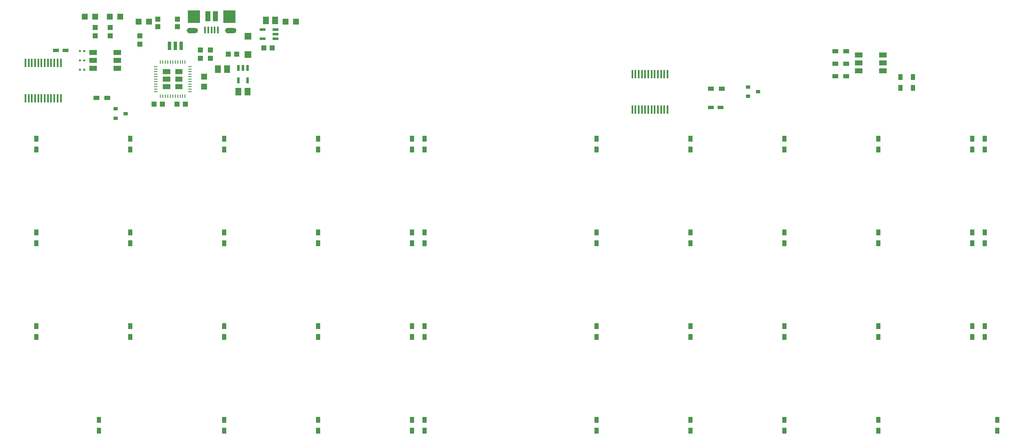
<source format=gbr>
%TF.GenerationSoftware,KiCad,Pcbnew,(5.1.8)-1*%
%TF.CreationDate,2021-03-07T17:47:24+01:00*%
%TF.ProjectId,splitboard,73706c69-7462-46f6-9172-642e6b696361,rev?*%
%TF.SameCoordinates,Original*%
%TF.FileFunction,Paste,Top*%
%TF.FilePolarity,Positive*%
%FSLAX46Y46*%
G04 Gerber Fmt 4.6, Leading zero omitted, Abs format (unit mm)*
G04 Created by KiCad (PCBNEW (5.1.8)-1) date 2021-03-07 17:47:24*
%MOMM*%
%LPD*%
G01*
G04 APERTURE LIST*
%ADD10C,0.100000*%
%ADD11R,0.900000X0.800000*%
%ADD12R,1.500000X1.000000*%
%ADD13R,0.450000X1.750000*%
%ADD14R,1.200000X0.900000*%
%ADD15R,0.900000X1.200000*%
%ADD16R,1.200000X0.750000*%
%ADD17R,0.700000X1.700000*%
%ADD18R,1.000000X2.000000*%
%ADD19R,0.400000X1.350000*%
%ADD20R,0.550000X1.200000*%
%ADD21R,1.200000X0.550000*%
%ADD22R,1.000000X1.000000*%
%ADD23R,1.000000X1.100000*%
%ADD24R,1.100000X1.000000*%
%ADD25R,1.200000X1.200000*%
%ADD26R,0.250000X0.800000*%
%ADD27R,0.800000X0.250000*%
%ADD28R,1.400000X1.400000*%
%ADD29R,1.300000X1.200000*%
%ADD30R,1.300000X1.500000*%
G04 APERTURE END LIST*
D10*
%TO.C,X3*%
G36*
X64560000Y-63765000D02*
G01*
X64524132Y-63588539D01*
X64435490Y-63431798D01*
X64302751Y-63310121D01*
X63960000Y-63215000D01*
X62860000Y-63215000D01*
X62681092Y-63235417D01*
X62517249Y-63310121D01*
X62384510Y-63431798D01*
X62295868Y-63588539D01*
X62260000Y-63765000D01*
X62295868Y-63941461D01*
X62384510Y-64098202D01*
X62517249Y-64219879D01*
X62860000Y-64315000D01*
X63960000Y-64315000D01*
X64138908Y-64294583D01*
X64302751Y-64219879D01*
X64435490Y-64098202D01*
X64560000Y-63765000D01*
G37*
G36*
X72360000Y-63765000D02*
G01*
X72324132Y-63588539D01*
X72235490Y-63431798D01*
X72102751Y-63310121D01*
X71760000Y-63215000D01*
X70660000Y-63215000D01*
X70481092Y-63235417D01*
X70317249Y-63310121D01*
X70184510Y-63431798D01*
X70095868Y-63588539D01*
X70060000Y-63765000D01*
X70095868Y-63941461D01*
X70184510Y-64098202D01*
X70317249Y-64219879D01*
X70660000Y-64315000D01*
X71760000Y-64315000D01*
X71938908Y-64294583D01*
X72102751Y-64219879D01*
X72235490Y-64098202D01*
X72360000Y-63765000D01*
G37*
G36*
X64960000Y-59715000D02*
G01*
X62460000Y-59715000D01*
X62460000Y-62215000D01*
X64960000Y-62215000D01*
X64960000Y-59715000D01*
G37*
G36*
X72160000Y-59715000D02*
G01*
X69660000Y-59715000D01*
X69660000Y-62215000D01*
X72160000Y-62215000D01*
X72160000Y-59715000D01*
G37*
%TO.C,IC1*%
G36*
X61436000Y-75660000D02*
G01*
X61436000Y-74660000D01*
X59936000Y-74660000D01*
X59936000Y-75660000D01*
X61436000Y-75660000D01*
G37*
G36*
X61436000Y-74160000D02*
G01*
X61436000Y-73160000D01*
X59936000Y-73160000D01*
X59936000Y-74160000D01*
X61436000Y-74160000D01*
G37*
G36*
X61436000Y-72660000D02*
G01*
X61436000Y-71660000D01*
X59936000Y-71660000D01*
X59936000Y-72660000D01*
X61436000Y-72660000D01*
G37*
G36*
X58936000Y-72660000D02*
G01*
X58936000Y-71660000D01*
X57436000Y-71660000D01*
X57436000Y-72660000D01*
X58936000Y-72660000D01*
G37*
G36*
X58936000Y-74160000D02*
G01*
X58936000Y-73160000D01*
X57436000Y-73160000D01*
X57436000Y-74160000D01*
X58936000Y-74160000D01*
G37*
G36*
X58936000Y-75660000D02*
G01*
X58936000Y-74660000D01*
X57436000Y-74660000D01*
X57436000Y-75660000D01*
X58936000Y-75660000D01*
G37*
%TD*%
D11*
%TO.C,Q2*%
X176165000Y-75250000D03*
X176165000Y-77150000D03*
X178165000Y-76200000D03*
%TD*%
%TO.C,R53*%
G36*
G01*
X40844000Y-71665000D02*
X40844000Y-71845000D01*
G75*
G02*
X40754000Y-71935000I-90000J0D01*
G01*
X40476000Y-71935000D01*
G75*
G02*
X40386000Y-71845000I0J90000D01*
G01*
X40386000Y-71665000D01*
G75*
G02*
X40476000Y-71575000I90000J0D01*
G01*
X40754000Y-71575000D01*
G75*
G02*
X40844000Y-71665000I0J-90000D01*
G01*
G37*
G36*
G01*
X41709000Y-71665000D02*
X41709000Y-71845000D01*
G75*
G02*
X41619000Y-71935000I-90000J0D01*
G01*
X41341000Y-71935000D01*
G75*
G02*
X41251000Y-71845000I0J90000D01*
G01*
X41251000Y-71665000D01*
G75*
G02*
X41341000Y-71575000I90000J0D01*
G01*
X41619000Y-71575000D01*
G75*
G02*
X41709000Y-71665000I0J-90000D01*
G01*
G37*
%TD*%
%TO.C,R52*%
G36*
G01*
X40844000Y-69760000D02*
X40844000Y-69940000D01*
G75*
G02*
X40754000Y-70030000I-90000J0D01*
G01*
X40476000Y-70030000D01*
G75*
G02*
X40386000Y-69940000I0J90000D01*
G01*
X40386000Y-69760000D01*
G75*
G02*
X40476000Y-69670000I90000J0D01*
G01*
X40754000Y-69670000D01*
G75*
G02*
X40844000Y-69760000I0J-90000D01*
G01*
G37*
G36*
G01*
X41709000Y-69760000D02*
X41709000Y-69940000D01*
G75*
G02*
X41619000Y-70030000I-90000J0D01*
G01*
X41341000Y-70030000D01*
G75*
G02*
X41251000Y-69940000I0J90000D01*
G01*
X41251000Y-69760000D01*
G75*
G02*
X41341000Y-69670000I90000J0D01*
G01*
X41619000Y-69670000D01*
G75*
G02*
X41709000Y-69760000I0J-90000D01*
G01*
G37*
%TD*%
%TO.C,R51*%
G36*
G01*
X40844000Y-67855000D02*
X40844000Y-68035000D01*
G75*
G02*
X40754000Y-68125000I-90000J0D01*
G01*
X40476000Y-68125000D01*
G75*
G02*
X40386000Y-68035000I0J90000D01*
G01*
X40386000Y-67855000D01*
G75*
G02*
X40476000Y-67765000I90000J0D01*
G01*
X40754000Y-67765000D01*
G75*
G02*
X40844000Y-67855000I0J-90000D01*
G01*
G37*
G36*
G01*
X41709000Y-67855000D02*
X41709000Y-68035000D01*
G75*
G02*
X41619000Y-68125000I-90000J0D01*
G01*
X41341000Y-68125000D01*
G75*
G02*
X41251000Y-68035000I0J90000D01*
G01*
X41251000Y-67855000D01*
G75*
G02*
X41341000Y-67765000I90000J0D01*
G01*
X41619000Y-67765000D01*
G75*
G02*
X41709000Y-67855000I0J-90000D01*
G01*
G37*
%TD*%
D12*
%TO.C,D2*%
X43270000Y-68250000D03*
X43270000Y-69850000D03*
X43270000Y-71450000D03*
X48170000Y-68250000D03*
X48170000Y-69850000D03*
X48170000Y-71450000D03*
%TD*%
D13*
%TO.C,U1*%
X36722000Y-77514000D03*
X36072000Y-77514000D03*
X35422000Y-77514000D03*
X34772000Y-77514000D03*
X34122000Y-77514000D03*
X33472000Y-77514000D03*
X32822000Y-77514000D03*
X32172000Y-77514000D03*
X31522000Y-77514000D03*
X30872000Y-77514000D03*
X30222000Y-77514000D03*
X29572000Y-77514000D03*
X29572000Y-70314000D03*
X30222000Y-70314000D03*
X30872000Y-70314000D03*
X31522000Y-70314000D03*
X32172000Y-70314000D03*
X32822000Y-70314000D03*
X33472000Y-70314000D03*
X34122000Y-70314000D03*
X34772000Y-70314000D03*
X35422000Y-70314000D03*
X36072000Y-70314000D03*
X36722000Y-70314000D03*
%TD*%
D14*
%TO.C,R58*%
X193845000Y-73025000D03*
X196045000Y-73025000D03*
%TD*%
%TO.C,R57*%
X193845000Y-70485000D03*
X196045000Y-70485000D03*
%TD*%
%TO.C,R56*%
X193845000Y-67945000D03*
X196045000Y-67945000D03*
%TD*%
D15*
%TO.C,R47*%
X224155000Y-123825000D03*
X224155000Y-126025000D03*
%TD*%
%TO.C,R46*%
X224155000Y-104775000D03*
X224155000Y-106975000D03*
%TD*%
%TO.C,R45*%
X224155000Y-85725000D03*
X224155000Y-87925000D03*
%TD*%
%TO.C,R44*%
X226695000Y-142875000D03*
X226695000Y-145075000D03*
%TD*%
%TO.C,R43*%
X221615000Y-123825000D03*
X221615000Y-126025000D03*
%TD*%
%TO.C,R42*%
X221615000Y-104775000D03*
X221615000Y-106975000D03*
%TD*%
%TO.C,R41*%
X221615000Y-85725000D03*
X221615000Y-87925000D03*
%TD*%
%TO.C,R40*%
X202565000Y-142875000D03*
X202565000Y-145075000D03*
%TD*%
%TO.C,R39*%
X202565000Y-123825000D03*
X202565000Y-126025000D03*
%TD*%
%TO.C,R38*%
X202565000Y-104775000D03*
X202565000Y-106975000D03*
%TD*%
%TO.C,R37*%
X202565000Y-85725000D03*
X202565000Y-87925000D03*
%TD*%
%TO.C,R36*%
X183515000Y-142875000D03*
X183515000Y-145075000D03*
%TD*%
%TO.C,R35*%
X183515000Y-123825000D03*
X183515000Y-126025000D03*
%TD*%
%TO.C,R34*%
X183515000Y-104775000D03*
X183515000Y-106975000D03*
%TD*%
%TO.C,R33*%
X183515000Y-85725000D03*
X183515000Y-87925000D03*
%TD*%
%TO.C,R32*%
X164465000Y-142875000D03*
X164465000Y-145075000D03*
%TD*%
%TO.C,R31*%
X164465000Y-123825000D03*
X164465000Y-126025000D03*
%TD*%
%TO.C,R30*%
X164465000Y-104775000D03*
X164465000Y-106975000D03*
%TD*%
%TO.C,R29*%
X164465000Y-85725000D03*
X164465000Y-87925000D03*
%TD*%
%TO.C,R28*%
X145415000Y-142875000D03*
X145415000Y-145075000D03*
%TD*%
%TO.C,R27*%
X145415000Y-123825000D03*
X145415000Y-126025000D03*
%TD*%
%TO.C,R26*%
X145415000Y-104775000D03*
X145415000Y-106975000D03*
%TD*%
%TO.C,R25*%
X145415000Y-85725000D03*
X145415000Y-87925000D03*
%TD*%
%TO.C,R24*%
X110490000Y-142875000D03*
X110490000Y-145075000D03*
%TD*%
%TO.C,R23*%
X110490000Y-123825000D03*
X110490000Y-126025000D03*
%TD*%
%TO.C,R22*%
X110490000Y-104775000D03*
X110490000Y-106975000D03*
%TD*%
%TO.C,R21*%
X110490000Y-85768000D03*
X110490000Y-87968000D03*
%TD*%
%TO.C,R20*%
X107950000Y-142875000D03*
X107950000Y-145075000D03*
%TD*%
%TO.C,R19*%
X107950000Y-123825000D03*
X107950000Y-126025000D03*
%TD*%
%TO.C,R18*%
X107950000Y-104775000D03*
X107950000Y-106975000D03*
%TD*%
%TO.C,R17*%
X107950000Y-85768000D03*
X107950000Y-87968000D03*
%TD*%
%TO.C,R16*%
X88900000Y-142875000D03*
X88900000Y-145075000D03*
%TD*%
%TO.C,R15*%
X88900000Y-123825000D03*
X88900000Y-126025000D03*
%TD*%
%TO.C,R14*%
X88900000Y-104775000D03*
X88900000Y-106975000D03*
%TD*%
%TO.C,R13*%
X88900000Y-85725000D03*
X88900000Y-87925000D03*
%TD*%
%TO.C,R12*%
X69850000Y-142875000D03*
X69850000Y-145075000D03*
%TD*%
%TO.C,R11*%
X69850000Y-123825000D03*
X69850000Y-126025000D03*
%TD*%
%TO.C,R10*%
X69850000Y-104775000D03*
X69850000Y-106975000D03*
%TD*%
%TO.C,R9*%
X69850000Y-85725000D03*
X69850000Y-87925000D03*
%TD*%
%TO.C,R8*%
X44450000Y-142875000D03*
X44450000Y-145075000D03*
%TD*%
%TO.C,R7*%
X50800000Y-123825000D03*
X50800000Y-126025000D03*
%TD*%
%TO.C,R6*%
X50800000Y-104775000D03*
X50800000Y-106975000D03*
%TD*%
%TO.C,R5*%
X50800000Y-85725000D03*
X50800000Y-87925000D03*
%TD*%
%TO.C,R3*%
X31750000Y-123825000D03*
X31750000Y-126025000D03*
%TD*%
%TO.C,R2*%
X31750000Y-104818000D03*
X31750000Y-107018000D03*
%TD*%
%TO.C,R1*%
X31750000Y-85725000D03*
X31750000Y-87925000D03*
%TD*%
D11*
%TO.C,Q1*%
X47895000Y-79695000D03*
X47895000Y-81595000D03*
X49895000Y-80645000D03*
%TD*%
D16*
%TO.C,C2*%
X170495000Y-79375000D03*
X168595000Y-79375000D03*
%TD*%
%TO.C,C1*%
X35778400Y-67818000D03*
X37678400Y-67818000D03*
%TD*%
D14*
%TO.C,R50*%
X170815000Y-75565000D03*
X168615000Y-75565000D03*
%TD*%
D15*
%TO.C,R49*%
X209550000Y-75395000D03*
X209550000Y-73195000D03*
%TD*%
%TO.C,R48*%
X207010000Y-75395000D03*
X207010000Y-73195000D03*
%TD*%
D14*
%TO.C,R4*%
X46185000Y-77470000D03*
X43985000Y-77470000D03*
%TD*%
D13*
%TO.C,U2*%
X159785000Y-79800000D03*
X159135000Y-79800000D03*
X158485000Y-79800000D03*
X157835000Y-79800000D03*
X157185000Y-79800000D03*
X156535000Y-79800000D03*
X155885000Y-79800000D03*
X155235000Y-79800000D03*
X154585000Y-79800000D03*
X153935000Y-79800000D03*
X153285000Y-79800000D03*
X152635000Y-79800000D03*
X152635000Y-72600000D03*
X153285000Y-72600000D03*
X153935000Y-72600000D03*
X154585000Y-72600000D03*
X155235000Y-72600000D03*
X155885000Y-72600000D03*
X156535000Y-72600000D03*
X157185000Y-72600000D03*
X157835000Y-72600000D03*
X158485000Y-72600000D03*
X159135000Y-72600000D03*
X159785000Y-72600000D03*
%TD*%
D12*
%TO.C,D1*%
X198591000Y-68758000D03*
X198591000Y-70358000D03*
X198591000Y-71958000D03*
X203491000Y-68758000D03*
X203491000Y-70358000D03*
X203491000Y-71958000D03*
%TD*%
D17*
%TO.C,Y1*%
X61144000Y-66852800D03*
X59944000Y-66852800D03*
X58744000Y-66852800D03*
%TD*%
D18*
%TO.C,X3*%
X66560000Y-60865000D03*
X68060000Y-60865000D03*
D19*
X66010000Y-63640000D03*
X66660000Y-63640000D03*
X67310000Y-63640000D03*
X67960000Y-63640000D03*
X68610000Y-63640000D03*
%TD*%
D20*
%TO.C,U4*%
X74610000Y-73944100D03*
X72710000Y-73944100D03*
X72710000Y-71343900D03*
X73660000Y-71343900D03*
X74610000Y-71343900D03*
%TD*%
D21*
%TO.C,U3*%
X77693900Y-65466000D03*
X77693900Y-63566000D03*
X80294100Y-63566000D03*
X80294100Y-64516000D03*
X80294100Y-65466000D03*
%TD*%
D22*
%TO.C,SW101*%
X56420000Y-61430000D03*
X56420000Y-63030000D03*
X60420000Y-63030000D03*
X60420000Y-61430000D03*
%TD*%
D23*
%TO.C,R110*%
X43688000Y-63158000D03*
X43688000Y-64858000D03*
%TD*%
D24*
%TO.C,R109*%
X70690000Y-68580000D03*
X72390000Y-68580000D03*
%TD*%
%TO.C,R108*%
X79590000Y-67310000D03*
X77890000Y-67310000D03*
%TD*%
D23*
%TO.C,R107*%
X52755800Y-64859800D03*
X52755800Y-66559800D03*
%TD*%
%TO.C,R105*%
X65024000Y-69430000D03*
X65024000Y-67730000D03*
%TD*%
%TO.C,R104*%
X67056000Y-69430000D03*
X67056000Y-67730000D03*
%TD*%
%TO.C,R101*%
X46736000Y-63158000D03*
X46736000Y-64858000D03*
%TD*%
D25*
%TO.C,L1*%
X52544000Y-61976000D03*
X54644000Y-61976000D03*
%TD*%
D26*
%TO.C,IC1*%
X61936000Y-77135000D03*
X61436000Y-77135000D03*
X60936000Y-77135000D03*
X60436000Y-77135000D03*
X59936000Y-77135000D03*
X59436000Y-77135000D03*
X58936000Y-77135000D03*
X58436000Y-77135000D03*
X57936000Y-77135000D03*
X57436000Y-77135000D03*
X56936000Y-77135000D03*
D27*
X55961000Y-76160000D03*
X55961000Y-75660000D03*
X55961000Y-75160000D03*
X55961000Y-74660000D03*
X55961000Y-74160000D03*
X55961000Y-73660000D03*
X55961000Y-73160000D03*
X55961000Y-72660000D03*
X55961000Y-72160000D03*
X55961000Y-71660000D03*
X55961000Y-71160000D03*
D26*
X56936000Y-70185000D03*
X57436000Y-70185000D03*
X57936000Y-70185000D03*
X58436000Y-70185000D03*
X58936000Y-70185000D03*
X59436000Y-70185000D03*
X59936000Y-70185000D03*
X60436000Y-70185000D03*
X60936000Y-70185000D03*
X61436000Y-70185000D03*
X61936000Y-70185000D03*
D27*
X62911000Y-71160000D03*
X62911000Y-71660000D03*
X62911000Y-72160000D03*
X62911000Y-72660000D03*
X62911000Y-73160000D03*
X62911000Y-73660000D03*
X62911000Y-74160000D03*
X62911000Y-74660000D03*
X62911000Y-75160000D03*
X62911000Y-75660000D03*
X62911000Y-76160000D03*
%TD*%
D28*
%TO.C,D5*%
X74676000Y-64952000D03*
X74676000Y-68652000D03*
%TD*%
D25*
%TO.C,D4*%
X43722000Y-60960000D03*
X41622000Y-60960000D03*
%TD*%
%TO.C,D3*%
X46702000Y-60960000D03*
X48802000Y-60960000D03*
%TD*%
%TO.C,CHG1*%
X84396000Y-61976000D03*
X82296000Y-61976000D03*
%TD*%
D24*
%TO.C,C14*%
X62025000Y-78740000D03*
X60325000Y-78740000D03*
%TD*%
D29*
%TO.C,C9*%
X65786000Y-75184000D03*
X65786000Y-73152000D03*
%TD*%
D30*
%TO.C,C8*%
X72710000Y-76200000D03*
X74610000Y-76200000D03*
%TD*%
D24*
%TO.C,C7*%
X57365000Y-78740000D03*
X55665000Y-78740000D03*
%TD*%
D30*
%TO.C,C6*%
X70480000Y-71628000D03*
X68580000Y-71628000D03*
%TD*%
%TO.C,C3*%
X80198000Y-61722000D03*
X78298000Y-61722000D03*
%TD*%
M02*

</source>
